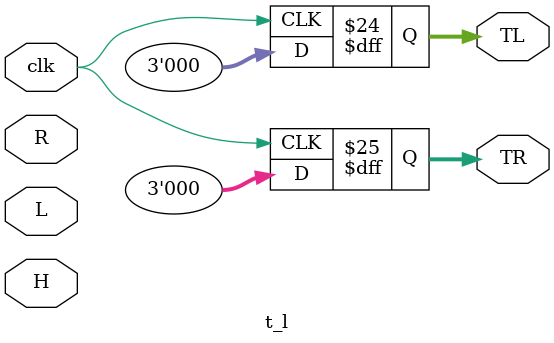
<source format=v>
module t_l (input clk, L, R, H, output reg [2:0] TL, TR);
	always @(posedge clk) begin
		if (1 == H) begin
			if (TL == 3'b000 && TR == 3'b000) begin
				TL <= 3'b000;TR <= 3'b000;#10;
				TL <= 3'b100;TR <= 3'b001;#10;
				TL <= 3'b110;TR <= 3'b011;#10;
				TL <= 3'b111;TR <= 3'b111;#10;
				TL <= 3'b110;TR <= 3'b011;#10;
				TL <= 3'b100;TR <= 3'b001;#10;
				TL <= 3'b000;TR <= 3'b000;#10;
			end
			else begin
				TL <= 3'b000;
				TR <= 3'b000;
			end
		end
		else if (1 == L) begin
			TR <= 3'b000;#10;
			TL <=3'b100;#10;
			TL <=3'b110;#10;
      TL <=3'b111;#10;	
			TL <=3'b000;
    end
		else if (1 == R) begin
			TL <= 3'b000;#10;
			TR <=3'b001;#10;
			TR <=3'b011;#10;
      TR <=3'b111;#10;	
			TR <=3'b000;
		end
		else begin
			TL <= 3'b000;
			TR <= 3'b000;
		end
	end
endmodule
</source>
